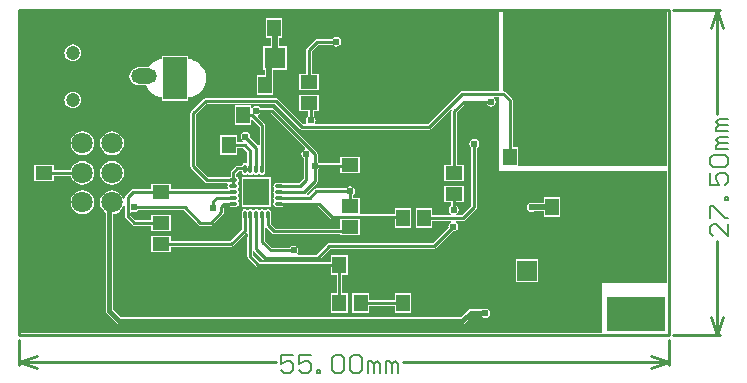
<source format=gbl>
G04*
G04 #@! TF.GenerationSoftware,Altium Limited,Altium Designer,20.0.2 (26)*
G04*
G04 Layer_Physical_Order=2*
G04 Layer_Color=16711680*
%FSLAX25Y25*%
%MOIN*%
G70*
G01*
G75*
%ADD12C,0.01500*%
%ADD13C,0.01000*%
%ADD14C,0.00600*%
%ADD15R,0.04567X0.05787*%
%ADD18R,0.05787X0.04567*%
%ADD45C,0.02000*%
%ADD46O,0.08661X0.05118*%
%ADD47C,0.04724*%
%ADD48R,0.14173X0.07874*%
%ADD49R,0.07874X0.14173*%
%ADD50R,0.06693X0.06693*%
%ADD51C,0.06693*%
%ADD52R,0.19685X0.11811*%
%ADD53R,0.07087X0.07087*%
%ADD54C,0.07087*%
%ADD55C,0.07087*%
%ADD56C,0.02400*%
%ADD57O,0.01102X0.03150*%
%ADD58O,0.03150X0.01102*%
%ADD59R,0.09055X0.09055*%
G36*
X266339Y213976D02*
Y187630D01*
X253839D01*
X253487Y187560D01*
X253190Y187362D01*
X242446Y176618D01*
X205236D01*
X204968Y177118D01*
X205007Y177176D01*
X205131Y177800D01*
X205007Y178424D01*
X204654Y178954D01*
X204418Y179111D01*
Y180821D01*
X206050D01*
Y186187D01*
X199462D01*
Y180821D01*
X202582D01*
Y179111D01*
X202346Y178954D01*
X201993Y178424D01*
X201869Y177800D01*
X201993Y177176D01*
X202032Y177118D01*
X201764Y176618D01*
X200861D01*
X192480Y184999D01*
X192182Y185198D01*
X191831Y185268D01*
X168405D01*
X168054Y185198D01*
X167757Y184999D01*
X163623Y180865D01*
X163424Y180568D01*
X163354Y180217D01*
Y162500D01*
X163424Y162149D01*
X163623Y161851D01*
X168150Y157324D01*
X168448Y157125D01*
X168799Y157055D01*
X175636D01*
X175685Y156998D01*
X175858Y156555D01*
X175738Y156375D01*
X175664Y156004D01*
X175738Y155633D01*
X175897Y155394D01*
X175812Y155100D01*
X175683Y154894D01*
X156837D01*
Y156660D01*
X150250D01*
Y154894D01*
X144134D01*
X143783Y154824D01*
X143485Y154625D01*
X141739Y152880D01*
X141540Y152582D01*
X141471Y152231D01*
Y151804D01*
X140971Y151705D01*
X140649Y152481D01*
X140017Y153305D01*
X139193Y153937D01*
X138234Y154334D01*
X137205Y154470D01*
X136175Y154334D01*
X135216Y153937D01*
X134392Y153305D01*
X133760Y152481D01*
X133363Y151522D01*
X133227Y150492D01*
X133363Y149463D01*
X133760Y148503D01*
X134392Y147680D01*
X135146Y147101D01*
Y114272D01*
X135236Y113823D01*
X135490Y113443D01*
X138738Y110195D01*
X139118Y109940D01*
X139567Y109851D01*
X254035D01*
X254484Y109940D01*
X254865Y110195D01*
X257277Y112607D01*
X260451D01*
X260543Y112469D01*
X261073Y112115D01*
X261697Y111991D01*
X262321Y112115D01*
X262850Y112469D01*
X263204Y112998D01*
X263328Y113622D01*
X263204Y114246D01*
X262850Y114776D01*
X262321Y115129D01*
X261697Y115253D01*
X261073Y115129D01*
X260807Y114952D01*
X256791D01*
X256343Y114863D01*
X255962Y114609D01*
X253550Y112196D01*
X140053D01*
X137491Y114757D01*
Y146553D01*
X138234Y146650D01*
X139193Y147048D01*
X140017Y147680D01*
X140649Y148503D01*
X140971Y149279D01*
X141471Y149180D01*
Y145801D01*
X141540Y145450D01*
X141739Y145152D01*
X143879Y143013D01*
X144176Y142814D01*
X144528Y142744D01*
X150250D01*
Y140978D01*
X156837D01*
Y146345D01*
X150250D01*
Y144579D01*
X144908D01*
X143306Y146181D01*
Y147083D01*
X143806Y147351D01*
X143864Y147312D01*
X144488Y147188D01*
X145113Y147312D01*
X145642Y147665D01*
X145799Y147901D01*
X161037D01*
X165887Y143052D01*
X166184Y142853D01*
X166535Y142783D01*
X170079D01*
X170430Y142853D01*
X170728Y143052D01*
X174172Y146497D01*
X174371Y146794D01*
X174441Y147146D01*
Y148734D01*
X174888Y149181D01*
X176372D01*
X176634Y149129D01*
X178681D01*
X179052Y149202D01*
X179367Y149413D01*
X179577Y149727D01*
X179651Y150098D01*
X179577Y150470D01*
X179369Y150781D01*
X179367Y150784D01*
X179367Y151381D01*
X179369Y151384D01*
X179577Y151696D01*
X179651Y152067D01*
X179577Y152438D01*
X179369Y152750D01*
X179367Y152753D01*
X179367Y153350D01*
X179369Y153353D01*
X179577Y153664D01*
X179651Y154035D01*
X179577Y154407D01*
X179369Y154718D01*
X179367Y154721D01*
X179367Y155318D01*
X179369Y155321D01*
X179577Y155633D01*
X179651Y156004D01*
X179577Y156375D01*
X179367Y156690D01*
Y157287D01*
X179577Y157601D01*
X179651Y157972D01*
X179577Y158344D01*
X179367Y158658D01*
X179052Y158868D01*
X178681Y158942D01*
X178575D01*
Y160053D01*
X179416Y160893D01*
X180428D01*
Y160689D01*
X180502Y160318D01*
X180712Y160003D01*
X181026Y159793D01*
X181398Y159719D01*
X181769Y159793D01*
X182083Y160003D01*
X182680D01*
X182995Y159793D01*
X183366Y159719D01*
X183737Y159793D01*
X184049Y160001D01*
X184052Y160003D01*
X184649Y160003D01*
X184652Y160001D01*
X184964Y159793D01*
X185335Y159719D01*
X185706Y159793D01*
X186017Y160001D01*
X186020Y160003D01*
X186617Y160003D01*
X186620Y160001D01*
X186932Y159793D01*
X187303Y159719D01*
X187674Y159793D01*
X187989Y160003D01*
X188199Y160318D01*
X188273Y160689D01*
Y162736D01*
X188221Y162999D01*
Y176164D01*
X188151Y176515D01*
X187952Y176813D01*
X185726Y179039D01*
X185890Y179582D01*
X185959Y179595D01*
X186488Y179949D01*
X186646Y180185D01*
X190087D01*
X201609Y168663D01*
X201444Y168121D01*
X201376Y168107D01*
X200847Y167754D01*
X200493Y167224D01*
X200369Y166600D01*
X200493Y165976D01*
X200847Y165446D01*
X201082Y165289D01*
Y158480D01*
X199524Y156922D01*
X194298D01*
X194035Y156974D01*
X191988D01*
X191617Y156900D01*
X191302Y156690D01*
X191092Y156375D01*
X191018Y156004D01*
X191092Y155633D01*
X191302Y155318D01*
Y154721D01*
X191092Y154407D01*
X191018Y154035D01*
X191092Y153664D01*
X191300Y153353D01*
X191302Y153350D01*
X191302Y152753D01*
X191300Y152750D01*
X191092Y152438D01*
X191018Y152067D01*
X191092Y151696D01*
X191302Y151381D01*
Y150784D01*
X191092Y150470D01*
X191018Y150098D01*
X191092Y149727D01*
X191302Y149413D01*
X191617Y149202D01*
X191988Y149129D01*
X194035D01*
X194298Y149181D01*
X205821D01*
X209883Y145119D01*
X210180Y144920D01*
X210531Y144850D01*
X212742D01*
X213242Y144849D01*
X213242Y144350D01*
Y141718D01*
X191667D01*
X190189Y143195D01*
Y145072D01*
X190242Y145335D01*
Y147382D01*
X190168Y147753D01*
X189957Y148068D01*
X189643Y148278D01*
X189272Y148352D01*
X188900Y148278D01*
X188589Y148070D01*
X188586Y148068D01*
X187989Y148068D01*
X187986Y148070D01*
X187674Y148278D01*
X187303Y148352D01*
X186932Y148278D01*
X186617Y148068D01*
X186020D01*
X185706Y148278D01*
X185335Y148352D01*
X184964Y148278D01*
X184652Y148070D01*
X184649Y148068D01*
X184052Y148068D01*
X184049Y148070D01*
X183737Y148278D01*
X183366Y148352D01*
X182995Y148278D01*
X182683Y148070D01*
X182680Y148068D01*
X182083Y148068D01*
X182080Y148070D01*
X181769Y148278D01*
X181398Y148352D01*
X181026Y148278D01*
X180712Y148068D01*
X180502Y147753D01*
X180428Y147382D01*
Y145335D01*
X180480Y145072D01*
Y141423D01*
X176628Y137571D01*
X156837D01*
Y139337D01*
X150250D01*
Y133970D01*
X156837D01*
Y135736D01*
X177008D01*
X177359Y135806D01*
X177657Y136005D01*
X181948Y140296D01*
X182333Y140190D01*
X182448Y140108D01*
Y139238D01*
X182420Y139196D01*
X182350Y138844D01*
Y132480D01*
X182420Y132129D01*
X182619Y131831D01*
X185375Y129076D01*
X185672Y128877D01*
X186024Y128807D01*
X210348D01*
Y126431D01*
X212114D01*
Y120223D01*
X210348D01*
Y113635D01*
X215715D01*
Y120223D01*
X213949D01*
Y126431D01*
X215715D01*
Y133018D01*
X210348D01*
Y130642D01*
X186404D01*
X184185Y132860D01*
Y134239D01*
X184685Y134391D01*
X184686Y134390D01*
X187638Y131438D01*
X187936Y131239D01*
X188287Y131169D01*
X205709D01*
X206060Y131239D01*
X206358Y131438D01*
X210026Y135106D01*
X244587D01*
X244938Y135176D01*
X245235Y135375D01*
X250706Y140845D01*
X250984Y140790D01*
X251608Y140914D01*
X252138Y141268D01*
X252491Y141797D01*
X252616Y142421D01*
X252491Y143046D01*
X252138Y143575D01*
X251714Y143858D01*
X251817Y144358D01*
X254134D01*
X254485Y144428D01*
X254783Y144627D01*
X258523Y148367D01*
X258722Y148665D01*
X258792Y149016D01*
Y168605D01*
X259154Y168846D01*
X259507Y169376D01*
X259631Y170000D01*
X259507Y170624D01*
X259154Y171153D01*
X258624Y171507D01*
X258000Y171631D01*
X257376Y171507D01*
X256846Y171153D01*
X256493Y170624D01*
X256369Y170000D01*
X256493Y169376D01*
X256846Y168846D01*
X256956Y168773D01*
Y149396D01*
X253754Y146193D01*
X252111D01*
X251960Y146693D01*
X252236Y146878D01*
X252590Y147407D01*
X252714Y148031D01*
X252590Y148656D01*
X252236Y149185D01*
X252000Y149343D01*
Y150702D01*
X254475D01*
Y156069D01*
X247887D01*
Y150702D01*
X250165D01*
Y149343D01*
X249929Y149185D01*
X249575Y148656D01*
X249451Y148031D01*
X249575Y147407D01*
X249929Y146878D01*
X250206Y146693D01*
X250054Y146193D01*
X243983D01*
Y148569D01*
X238616D01*
Y141982D01*
X243983D01*
Y144358D01*
X250151D01*
X250255Y143858D01*
X249831Y143575D01*
X249477Y143046D01*
X249353Y142421D01*
X249408Y142143D01*
X244207Y136941D01*
X209646D01*
X209295Y136871D01*
X208997Y136672D01*
X205329Y133004D01*
X199185D01*
X199098Y133119D01*
X198964Y133504D01*
X199243Y133923D01*
X199368Y134547D01*
X199243Y135171D01*
X198890Y135701D01*
X198361Y136054D01*
X197736Y136179D01*
X197112Y136054D01*
X196583Y135701D01*
X196425Y135465D01*
X190538D01*
X188218Y137785D01*
Y141881D01*
X188346Y141972D01*
X188718Y142071D01*
X190638Y140151D01*
X190935Y139952D01*
X191287Y139882D01*
X213242D01*
Y139482D01*
X219829D01*
X219829Y144849D01*
X220329Y144850D01*
X231608D01*
Y141982D01*
X236975D01*
Y148569D01*
X231608D01*
Y146685D01*
X219829D01*
Y151857D01*
X217453D01*
Y152924D01*
X217689Y153082D01*
X218043Y153611D01*
X218167Y154235D01*
X218043Y154860D01*
X217689Y155389D01*
X217160Y155743D01*
X216535Y155867D01*
X215911Y155743D01*
X215382Y155389D01*
X215224Y155153D01*
X205235D01*
X204884Y155083D01*
X204587Y154884D01*
X202734Y153032D01*
X202258Y153057D01*
X202108Y153511D01*
X205472Y156874D01*
X205671Y157172D01*
X205740Y157523D01*
Y161484D01*
X205976Y161642D01*
X206134Y161878D01*
X213242D01*
Y160250D01*
X219829D01*
Y165617D01*
X213242D01*
Y163713D01*
X206134D01*
X205976Y163949D01*
X205740Y164106D01*
Y166747D01*
X205671Y167098D01*
X205472Y167396D01*
X191116Y181751D01*
X190819Y181950D01*
X190468Y182020D01*
X186646D01*
X186488Y182256D01*
X185959Y182609D01*
X185335Y182734D01*
X184710Y182609D01*
X184181Y182256D01*
X183951Y181912D01*
X183451Y182063D01*
Y182821D01*
X178084D01*
Y176234D01*
X183451D01*
Y178011D01*
X183951Y178218D01*
X186386Y175784D01*
Y169735D01*
X186270Y169653D01*
X185886Y169546D01*
X183269Y172163D01*
X183324Y172441D01*
X183200Y173065D01*
X182846Y173594D01*
X182317Y173948D01*
X181693Y174072D01*
X181069Y173948D01*
X180539Y173594D01*
X180186Y173065D01*
X180062Y172441D01*
X180186Y171817D01*
X180539Y171287D01*
X180963Y171004D01*
X180860Y170504D01*
X178727D01*
Y172979D01*
X173360D01*
Y166391D01*
X178727D01*
Y168669D01*
X181018D01*
X182350Y167336D01*
Y163845D01*
X181850Y163578D01*
X181769Y163632D01*
X181398Y163706D01*
X181026Y163632D01*
X180712Y163422D01*
X180502Y163107D01*
X180428Y162736D01*
Y162729D01*
X179035D01*
X178684Y162659D01*
X178387Y162460D01*
X177009Y161082D01*
X176810Y160784D01*
X176740Y160433D01*
Y158942D01*
X176634D01*
X176372Y158890D01*
X169179D01*
X165189Y162880D01*
Y179836D01*
X168786Y183433D01*
X191451D01*
X199832Y175051D01*
X200130Y174852D01*
X200481Y174782D01*
X242826D01*
X243177Y174852D01*
X243475Y175051D01*
X250132Y181709D01*
X250521Y181390D01*
X250432Y181257D01*
X250362Y180905D01*
Y163077D01*
X247887D01*
Y157710D01*
X254475D01*
Y163077D01*
X252197D01*
Y180525D01*
X254809Y183138D01*
X262173D01*
X262331Y182902D01*
X262860Y182548D01*
X263484Y182424D01*
X264108Y182548D01*
X264638Y182902D01*
X264991Y183431D01*
X265116Y184055D01*
X264991Y184679D01*
X264638Y185209D01*
X264509Y185295D01*
X264660Y185795D01*
X266339D01*
Y161024D01*
X322342D01*
Y123721D01*
X300689D01*
Y106890D01*
X106890D01*
Y213820D01*
X107244Y214173D01*
X266339Y213976D01*
D02*
G37*
G36*
X322146Y162500D02*
X272506D01*
Y169042D01*
X270741D01*
Y184508D01*
X270682Y184801D01*
X270671Y184859D01*
X270472Y185157D01*
X268267Y187362D01*
X267969Y187560D01*
X267618Y187630D01*
X267421D01*
Y213976D01*
X322146D01*
Y162500D01*
D02*
G37*
%LPC*%
G36*
X212000Y205631D02*
X211376Y205507D01*
X210846Y205153D01*
X210689Y204918D01*
X205400D01*
X205049Y204848D01*
X204751Y204649D01*
X202151Y202049D01*
X201952Y201751D01*
X201882Y201400D01*
Y193195D01*
X199462D01*
Y187828D01*
X206050D01*
Y193195D01*
X203718D01*
Y201020D01*
X205780Y203082D01*
X210689D01*
X210846Y202847D01*
X211376Y202493D01*
X212000Y202369D01*
X212624Y202493D01*
X213154Y202847D01*
X213507Y203376D01*
X213631Y204000D01*
X213507Y204624D01*
X213154Y205153D01*
X212624Y205507D01*
X212000Y205631D01*
D02*
G37*
G36*
X124114Y203168D02*
X123393Y203073D01*
X122721Y202795D01*
X122144Y202352D01*
X121701Y201775D01*
X121423Y201103D01*
X121328Y200382D01*
X121423Y199661D01*
X121701Y198989D01*
X122144Y198412D01*
X122721Y197969D01*
X123393Y197691D01*
X124114Y197596D01*
X124835Y197691D01*
X125507Y197969D01*
X126084Y198412D01*
X126527Y198989D01*
X126805Y199661D01*
X126900Y200382D01*
X126805Y201103D01*
X126527Y201775D01*
X126084Y202352D01*
X125507Y202795D01*
X124835Y203073D01*
X124114Y203168D01*
D02*
G37*
G36*
X193884Y212053D02*
X188517D01*
Y205466D01*
X190108D01*
Y202664D01*
X187592D01*
Y194777D01*
X188041D01*
Y192959D01*
X185565D01*
Y186372D01*
X190931D01*
Y192959D01*
X190896D01*
Y194777D01*
X195479D01*
Y202664D01*
X192963D01*
Y205466D01*
X193884D01*
Y212053D01*
D02*
G37*
G36*
X162605Y199416D02*
X153931D01*
Y198226D01*
X153095Y198143D01*
X151906Y197783D01*
X150811Y197197D01*
X149850Y196409D01*
X149098Y195492D01*
X145965D01*
X145192Y195391D01*
X144472Y195093D01*
X143854Y194618D01*
X143380Y194000D01*
X143082Y193280D01*
X142980Y192508D01*
X143082Y191735D01*
X143380Y191016D01*
X143854Y190397D01*
X144472Y189923D01*
X145192Y189625D01*
X145965Y189523D01*
X148471D01*
X148477Y189504D01*
X149063Y188409D01*
X149850Y187449D01*
X150811Y186661D01*
X151906Y186075D01*
X153095Y185715D01*
X153931Y185633D01*
Y184442D01*
X162605D01*
Y185633D01*
X163441Y185715D01*
X164629Y186075D01*
X165725Y186661D01*
X166685Y187449D01*
X167473Y188409D01*
X168058Y189504D01*
X168419Y190693D01*
X168541Y191929D01*
X168419Y193165D01*
X168058Y194354D01*
X167473Y195449D01*
X166685Y196409D01*
X165725Y197197D01*
X164629Y197783D01*
X163441Y198143D01*
X162605Y198226D01*
Y199416D01*
D02*
G37*
G36*
X124114Y187420D02*
X123393Y187325D01*
X122721Y187047D01*
X122144Y186604D01*
X121701Y186027D01*
X121423Y185355D01*
X121328Y184634D01*
X121423Y183913D01*
X121701Y183241D01*
X122144Y182664D01*
X122721Y182221D01*
X123393Y181943D01*
X124114Y181848D01*
X124835Y181943D01*
X125507Y182221D01*
X126084Y182664D01*
X126527Y183241D01*
X126805Y183913D01*
X126900Y184634D01*
X126805Y185355D01*
X126527Y186027D01*
X126084Y186604D01*
X125507Y187047D01*
X124835Y187325D01*
X124114Y187420D01*
D02*
G37*
G36*
X137205Y174154D02*
X136175Y174019D01*
X135216Y173622D01*
X134392Y172990D01*
X133760Y172166D01*
X133363Y171207D01*
X133227Y170177D01*
X133363Y169148D01*
X133760Y168189D01*
X134392Y167365D01*
X135216Y166733D01*
X136175Y166335D01*
X137205Y166200D01*
X138234Y166335D01*
X139193Y166733D01*
X140017Y167365D01*
X140649Y168189D01*
X141047Y169148D01*
X141182Y170177D01*
X141047Y171207D01*
X140649Y172166D01*
X140017Y172990D01*
X139193Y173622D01*
X138234Y174019D01*
X137205Y174154D01*
D02*
G37*
G36*
X127362D02*
X126333Y174019D01*
X125373Y173622D01*
X124550Y172990D01*
X123918Y172166D01*
X123520Y171207D01*
X123385Y170177D01*
X123520Y169148D01*
X123918Y168189D01*
X124550Y167365D01*
X125373Y166733D01*
X126333Y166335D01*
X127362Y166200D01*
X128392Y166335D01*
X129351Y166733D01*
X130175Y167365D01*
X130807Y168189D01*
X131204Y169148D01*
X131340Y170177D01*
X131204Y171207D01*
X130807Y172166D01*
X130175Y172990D01*
X129351Y173622D01*
X128392Y174019D01*
X127362Y174154D01*
D02*
G37*
G36*
Y164312D02*
X126333Y164176D01*
X125373Y163779D01*
X124550Y163147D01*
X123918Y162323D01*
X123520Y161364D01*
X123506Y161252D01*
X117762D01*
Y162880D01*
X111175D01*
Y157513D01*
X117762D01*
Y159417D01*
X123506D01*
X123520Y159305D01*
X123918Y158346D01*
X124550Y157522D01*
X125373Y156890D01*
X126333Y156493D01*
X127362Y156357D01*
X128392Y156493D01*
X129351Y156890D01*
X130175Y157522D01*
X130807Y158346D01*
X131204Y159305D01*
X131340Y160335D01*
X131204Y161364D01*
X130807Y162323D01*
X130175Y163147D01*
X129351Y163779D01*
X128392Y164176D01*
X127362Y164312D01*
D02*
G37*
G36*
X137205D02*
X136175Y164176D01*
X135216Y163779D01*
X134392Y163147D01*
X133760Y162323D01*
X133363Y161364D01*
X133227Y160335D01*
X133363Y159305D01*
X133760Y158346D01*
X134392Y157522D01*
X135216Y156890D01*
X136175Y156493D01*
X137205Y156357D01*
X138234Y156493D01*
X139193Y156890D01*
X140017Y157522D01*
X140649Y158346D01*
X141047Y159305D01*
X141182Y160335D01*
X141047Y161364D01*
X140649Y162323D01*
X140017Y163147D01*
X139193Y163779D01*
X138234Y164176D01*
X137205Y164312D01*
D02*
G37*
G36*
X286680Y152194D02*
X281313D01*
Y150327D01*
X277783D01*
X277165Y150450D01*
X276541Y150326D01*
X276012Y149972D01*
X275658Y149443D01*
X275534Y148819D01*
X275658Y148195D01*
X276012Y147665D01*
X276541Y147312D01*
X277165Y147188D01*
X277790Y147312D01*
X278030Y147473D01*
X281313D01*
Y145606D01*
X286680D01*
Y152194D01*
D02*
G37*
G36*
X190262Y158963D02*
X180407D01*
Y149108D01*
X190262D01*
Y158963D01*
D02*
G37*
G36*
X127362Y154470D02*
X126333Y154334D01*
X125373Y153937D01*
X124550Y153305D01*
X123918Y152481D01*
X123520Y151522D01*
X123385Y150492D01*
X123520Y149463D01*
X123918Y148503D01*
X124550Y147680D01*
X125373Y147048D01*
X126333Y146650D01*
X127362Y146515D01*
X128392Y146650D01*
X129351Y147048D01*
X130175Y147680D01*
X130807Y148503D01*
X131204Y149463D01*
X131340Y150492D01*
X131204Y151522D01*
X130807Y152481D01*
X130175Y153305D01*
X129351Y153937D01*
X128392Y154334D01*
X127362Y154470D01*
D02*
G37*
G36*
X279317Y131502D02*
X271824D01*
Y124010D01*
X279317D01*
Y131502D01*
D02*
G37*
G36*
X236975Y120223D02*
X231608D01*
Y117847D01*
X222723D01*
Y120223D01*
X217356D01*
Y113635D01*
X222723D01*
Y116012D01*
X231608D01*
Y113635D01*
X236975D01*
Y120223D01*
D02*
G37*
%LPD*%
D12*
X261461Y113779D02*
X261500Y113819D01*
X256791Y113779D02*
X261461D01*
X254035Y111024D02*
X256791Y113779D01*
X136319Y149606D02*
X137205Y150492D01*
X136319Y114272D02*
Y149606D01*
X139567Y111024D02*
X254035D01*
X136319Y114272D02*
X139567Y111024D01*
X276831Y165748D02*
X282827D01*
D13*
X166535Y143701D02*
X170079D01*
X161417Y148819D02*
X166535Y143701D01*
X144488Y148819D02*
X161417D01*
X173524Y147146D02*
Y149114D01*
X170079Y143701D02*
X173524Y147146D01*
X144134Y153976D02*
X153543D01*
X142388Y152231D02*
X144134Y153976D01*
X142388Y145801D02*
Y152231D01*
X144528Y143661D02*
X153543D01*
X142388Y145801D02*
X144528Y143661D01*
X191287Y140800D02*
X215170D01*
X189272Y142815D02*
X191287Y140800D01*
X215170D02*
X216535Y142165D01*
X191201Y208760D02*
X191535Y208425D01*
X168209Y179528D02*
X173760D01*
X168110Y179429D02*
X168209Y179528D01*
X183268Y161713D02*
Y167717D01*
X181398Y161764D02*
X181449Y161713D01*
X168799Y157972D02*
X177657D01*
X164272Y162500D02*
X168799Y157972D01*
X164272Y162500D02*
Y180217D01*
X168405Y184350D01*
X242826Y175700D02*
X253839Y186713D01*
X200481Y175700D02*
X242826D01*
X191831Y184350D02*
X200481Y175700D01*
X253839Y186713D02*
X267618D01*
X168405Y184350D02*
X191831D01*
X185335Y181102D02*
X190468D01*
X204823Y166747D01*
X183940Y179528D02*
X187303Y176164D01*
Y161713D02*
Y176164D01*
X180768Y179528D02*
X183940D01*
X185335Y161713D02*
Y168799D01*
X181693Y172441D02*
X185335Y168799D01*
X181398Y169587D02*
X183268Y167717D01*
X181449Y161713D02*
X183268D01*
X176142Y169587D02*
X181398D01*
X183268Y161713D02*
X183366D01*
X181398D02*
X181449D01*
X181350Y161811D02*
X181398Y161764D01*
Y161713D02*
Y161764D01*
X176043Y169685D02*
X176142Y169587D01*
X189469Y196653D02*
X191535Y198721D01*
X267618Y186713D02*
X269823Y184508D01*
X220039Y116929D02*
X234291D01*
X114469Y160197D02*
X114606Y160335D01*
X127362D01*
X114370Y153091D02*
X114469Y153189D01*
X114370Y146653D02*
Y153091D01*
X269823Y165748D02*
Y184508D01*
X251279Y160394D02*
Y180905D01*
X190157Y134547D02*
X197736D01*
X187300Y137405D02*
X190157Y134547D01*
X187300Y137405D02*
Y146355D01*
X244587Y136024D02*
X250984Y142421D01*
X209646Y136024D02*
X244587D01*
X205709Y132087D02*
X209646Y136024D01*
X188287Y132087D02*
X205709D01*
X185335Y135039D02*
Y146358D01*
Y135039D02*
X188287Y132087D01*
X251083Y148031D02*
Y153287D01*
X241299Y145276D02*
X254134D01*
X257874Y149016D01*
Y169874D01*
X251083Y153287D02*
X251181Y153386D01*
X183268Y132480D02*
Y138844D01*
X254429Y184055D02*
X263484D01*
X251279Y180905D02*
X254429Y184055D01*
X181398Y141043D02*
Y146358D01*
X177008Y136653D02*
X181398Y141043D01*
X153543Y136653D02*
X177008D01*
X183366Y138943D02*
Y146358D01*
X183268Y138844D02*
X183366Y138943D01*
X186024Y129724D02*
X213032D01*
X183268Y132480D02*
X186024Y129724D01*
X213032Y116929D02*
Y129724D01*
X257874Y169874D02*
X258000Y170000D01*
X189272Y142815D02*
Y146358D01*
X233799Y145768D02*
X234291Y145276D01*
X210531Y145768D02*
X233799D01*
X206201Y150098D02*
X210531Y145768D01*
X193012Y150098D02*
X206201D01*
X277165Y148819D02*
Y148900D01*
X187300Y146355D02*
X187303Y146358D01*
X205235Y154235D02*
X216535D01*
X203067Y152067D02*
X205235Y154235D01*
X193012Y152067D02*
X203067D01*
X216535Y149173D02*
Y154235D01*
X202756Y190512D02*
X202800Y190556D01*
Y201400D01*
X205400Y204000D02*
X212000D01*
X202800Y201400D02*
X205400Y204000D01*
X202756Y183504D02*
X203500Y182760D01*
Y177800D02*
Y182760D01*
X204823Y162795D02*
Y166747D01*
X202000Y158100D02*
Y166600D01*
X199904Y156004D02*
X202000Y158100D01*
X193012Y156004D02*
X199904D01*
X204823Y157523D02*
Y162795D01*
X201335Y154035D02*
X204823Y157523D01*
X193012Y154035D02*
X201335D01*
X216398Y162795D02*
X216535Y162933D01*
X204823Y162795D02*
X216398D01*
X168996Y169646D02*
X169035Y169685D01*
X168996Y162992D02*
Y169646D01*
X179035Y161811D02*
X181350D01*
X177657Y157972D02*
Y160433D01*
X179035Y161811D01*
X177657Y156004D02*
Y157972D01*
X153543Y153976D02*
X176547D01*
X176606Y154035D01*
X177657D01*
X174508Y150098D02*
X177657D01*
X173524Y149114D02*
X174508Y150098D01*
X172047Y152067D02*
X177657D01*
X170866Y150886D02*
X172047Y152067D01*
X170866Y148524D02*
Y150886D01*
X322835Y106299D02*
Y214567D01*
X106299Y106299D02*
X322835D01*
X106299Y214567D02*
X322835D01*
X106299Y106299D02*
Y214567D01*
Y97244D02*
X112299Y99244D01*
X106299Y97244D02*
X112299Y95244D01*
X316835D02*
X322835Y97244D01*
X316835Y99244D02*
X322835Y97244D01*
X106299D02*
X191873D01*
X234061D02*
X322835D01*
X106299Y96244D02*
Y104799D01*
X322835Y96244D02*
Y104799D01*
X336976Y112299D02*
X338976Y106299D01*
X340976Y112299D01*
X338976Y214567D02*
X340976Y208567D01*
X336976D02*
X338976Y214567D01*
Y106299D02*
Y137739D01*
Y179927D02*
Y214567D01*
X324335Y106299D02*
X339976D01*
X324335Y214567D02*
X339976D01*
D14*
X197472Y99643D02*
X193473D01*
Y96644D01*
X195473Y97644D01*
X196472D01*
X197472Y96644D01*
Y94645D01*
X196472Y93645D01*
X194473D01*
X193473Y94645D01*
X203470Y99643D02*
X199471D01*
Y96644D01*
X201471Y97644D01*
X202470D01*
X203470Y96644D01*
Y94645D01*
X202470Y93645D01*
X200471D01*
X199471Y94645D01*
X205469Y93645D02*
Y94645D01*
X206469D01*
Y93645D01*
X205469D01*
X210468Y98643D02*
X211467Y99643D01*
X213467D01*
X214466Y98643D01*
Y94645D01*
X213467Y93645D01*
X211467D01*
X210468Y94645D01*
Y98643D01*
X216466D02*
X217465Y99643D01*
X219465D01*
X220464Y98643D01*
Y94645D01*
X219465Y93645D01*
X217465D01*
X216466Y94645D01*
Y98643D01*
X222464Y93645D02*
Y97644D01*
X223464D01*
X224463Y96644D01*
Y93645D01*
Y96644D01*
X225463Y97644D01*
X226463Y96644D01*
Y93645D01*
X228462D02*
Y97644D01*
X229462D01*
X230461Y96644D01*
Y93645D01*
Y96644D01*
X231461Y97644D01*
X232461Y96644D01*
Y93645D01*
X342575Y143338D02*
Y139339D01*
X338577Y143338D01*
X337577D01*
X336577Y142338D01*
Y140339D01*
X337577Y139339D01*
X336577Y145337D02*
Y149336D01*
X337577D01*
X341576Y145337D01*
X342575D01*
Y151336D02*
X341576D01*
Y152335D01*
X342575D01*
Y151336D01*
X336577Y160333D02*
Y156334D01*
X339576D01*
X338577Y158333D01*
Y159333D01*
X339576Y160333D01*
X341576D01*
X342575Y159333D01*
Y157334D01*
X341576Y156334D01*
X337577Y162332D02*
X336577Y163332D01*
Y165331D01*
X337577Y166331D01*
X341576D01*
X342575Y165331D01*
Y163332D01*
X341576Y162332D01*
X337577D01*
X342575Y168330D02*
X338577D01*
Y169330D01*
X339576Y170329D01*
X342575D01*
X339576D01*
X338577Y171329D01*
X339576Y172329D01*
X342575D01*
Y174328D02*
X338577D01*
Y175328D01*
X339576Y176327D01*
X342575D01*
X339576D01*
X338577Y177327D01*
X339576Y178327D01*
X342575D01*
D15*
X173760Y179528D02*
D03*
X180768D02*
D03*
X241299Y145276D02*
D03*
X234291D02*
D03*
X283996Y148900D02*
D03*
X291004D02*
D03*
X269823Y165748D02*
D03*
X276831D02*
D03*
X213032Y129724D02*
D03*
X220039D02*
D03*
Y116929D02*
D03*
X213032D02*
D03*
X234291D02*
D03*
X241299D02*
D03*
X176043Y169685D02*
D03*
X169035D02*
D03*
X188248Y189665D02*
D03*
X181240D02*
D03*
X191201Y208760D02*
D03*
X184193D02*
D03*
D18*
X114469Y153189D02*
D03*
Y160197D02*
D03*
X153543Y160984D02*
D03*
Y153976D02*
D03*
X202756Y190512D02*
D03*
Y183504D02*
D03*
X251181Y153386D02*
D03*
Y160394D02*
D03*
X153543Y143661D02*
D03*
Y136653D02*
D03*
X216535Y142165D02*
D03*
Y149173D02*
D03*
Y162933D02*
D03*
Y169941D02*
D03*
D45*
X191535Y198721D02*
Y208425D01*
X177756Y198557D02*
X179823Y196490D01*
Y189508D02*
Y196490D01*
Y189508D02*
X181240Y188091D01*
X189469Y189311D02*
Y196653D01*
X188248Y188091D02*
X189469Y189311D01*
X177756Y198557D02*
Y198721D01*
X297875Y148900D02*
X298031Y149056D01*
X291004Y148900D02*
X297875D01*
X277165D02*
X283996D01*
D46*
X147736Y200776D02*
D03*
Y192508D02*
D03*
Y184240D02*
D03*
D47*
X124114Y200382D02*
D03*
Y184634D02*
D03*
D48*
X145669Y210039D02*
D03*
D49*
X158268Y191929D02*
D03*
X133858D02*
D03*
D50*
X275571Y127756D02*
D03*
D51*
X295571D02*
D03*
D52*
X312008Y207677D02*
D03*
Y113287D02*
D03*
D53*
X191535Y198721D02*
D03*
D54*
X177756D02*
D03*
D55*
X137205Y170177D02*
D03*
Y150492D02*
D03*
Y160335D02*
D03*
X127362Y170177D02*
D03*
Y160335D02*
D03*
Y150492D02*
D03*
D56*
X144488Y148819D02*
D03*
X279528Y200787D02*
D03*
Y204724D02*
D03*
Y208661D02*
D03*
X275590D02*
D03*
Y204724D02*
D03*
Y200787D02*
D03*
X271654D02*
D03*
Y204724D02*
D03*
Y208661D02*
D03*
X169291Y200787D02*
D03*
Y204724D02*
D03*
Y133858D02*
D03*
X129921Y137795D02*
D03*
X125984Y133858D02*
D03*
X122047D02*
D03*
X125984Y137795D02*
D03*
X122047D02*
D03*
X114173Y204724D02*
D03*
X110236D02*
D03*
Y200787D02*
D03*
X114173D02*
D03*
X118110D02*
D03*
Y204724D02*
D03*
Y208661D02*
D03*
X114173D02*
D03*
X110236D02*
D03*
X318898Y181102D02*
D03*
Y185039D02*
D03*
Y188976D02*
D03*
X314961D02*
D03*
Y185039D02*
D03*
Y181102D02*
D03*
X311024D02*
D03*
Y185039D02*
D03*
Y188976D02*
D03*
X318898Y133858D02*
D03*
Y137795D02*
D03*
Y141732D02*
D03*
X311024Y133858D02*
D03*
Y137795D02*
D03*
Y141732D02*
D03*
X314961Y133858D02*
D03*
Y141732D02*
D03*
Y137795D02*
D03*
X168209Y179528D02*
D03*
X185335Y181102D02*
D03*
X181693Y172441D02*
D03*
X114370Y146653D02*
D03*
X197736Y134547D02*
D03*
X250984Y142421D02*
D03*
X251083Y148031D02*
D03*
X263484Y184055D02*
D03*
X298031Y149056D02*
D03*
X277165Y148819D02*
D03*
X216535Y154235D02*
D03*
X203500Y177800D02*
D03*
X202000Y166600D02*
D03*
X204823Y162795D02*
D03*
X168996Y162992D02*
D03*
X170866Y148524D02*
D03*
X282827Y165748D02*
D03*
X261697Y113622D02*
D03*
X258000Y170000D02*
D03*
X212000Y204000D02*
D03*
X227000D02*
D03*
X222000D02*
D03*
X217000D02*
D03*
D57*
X189272Y146358D02*
D03*
X187303D02*
D03*
X185335D02*
D03*
X183366D02*
D03*
X181398D02*
D03*
Y161713D02*
D03*
X183366D02*
D03*
X185335D02*
D03*
X187303D02*
D03*
X189272D02*
D03*
D58*
X177657Y150098D02*
D03*
Y152067D02*
D03*
Y154035D02*
D03*
Y156004D02*
D03*
Y157972D02*
D03*
X193012D02*
D03*
Y156004D02*
D03*
Y154035D02*
D03*
Y152067D02*
D03*
Y150098D02*
D03*
D59*
X185335Y154035D02*
D03*
M02*

</source>
